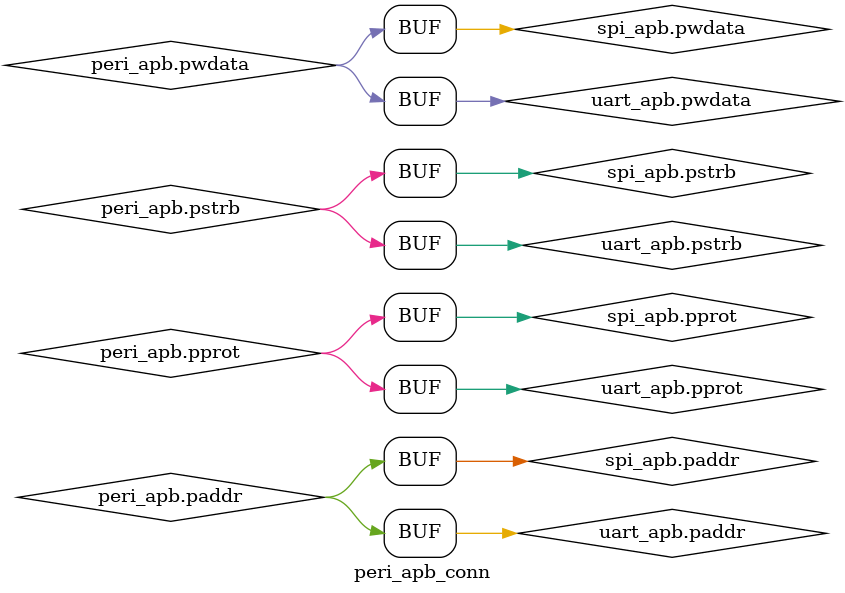
<source format=sv>
module peri_apb_conn (
    apb_intf.slave  peri_apb,
    apb_intf.master uart_apb,
    apb_intf.master spi_apb
);

assign uart_apb.psel    = ~peri_apb.paddr[12] && peri_apb.psel;
assign uart_apb.penable = ~peri_apb.paddr[12] && peri_apb.penable;
assign uart_apb.paddr   =  peri_apb.paddr;
assign uart_apb.pwrite  =  peri_apb.pwrite;
assign uart_apb.pstrb   =  peri_apb.pstrb;
assign uart_apb.pprot   =  peri_apb.pprot;
assign uart_apb.pwdata  =  peri_apb.pwdata;

assign spi_apb.psel     =  peri_apb.paddr[12] && peri_apb.psel;
assign spi_apb.penable  =  peri_apb.paddr[12] && peri_apb.penable;
assign spi_apb.paddr    =  peri_apb.paddr;
assign spi_apb.pwrite   =  peri_apb.pwrite;
assign spi_apb.pstrb    =  peri_apb.pstrb;
assign spi_apb.pprot    =  peri_apb.pprot;
assign spi_apb.pwdata   =  peri_apb.pwdata;

assign peri_apb.prdata  =  peri_apb.paddr[12] ? spi_apb.prdata  : uart_apb.prdata;
assign peri_apb.pslverr =  peri_apb.paddr[12] ? spi_apb.pslverr : uart_apb.pslverr;
assign peri_apb.pready  =  peri_apb.paddr[12] ? spi_apb.pready  : uart_apb.pready;

endmodule

</source>
